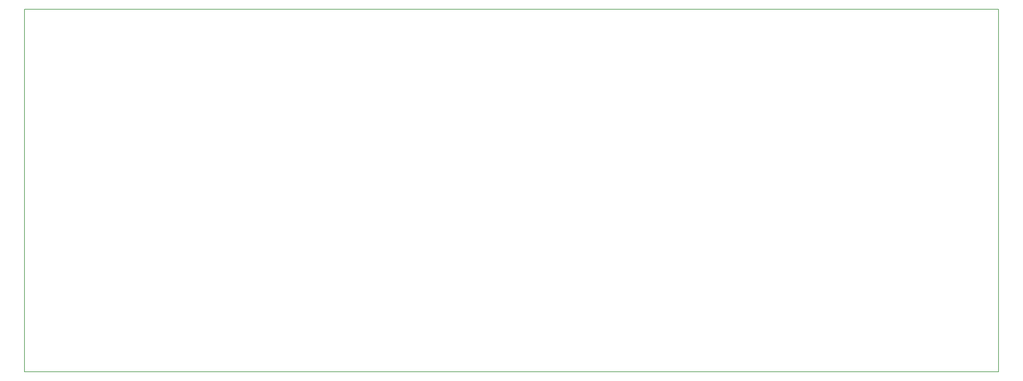
<source format=gbr>
G04 DipTrace 3.0.0.1*
G04 BoardOutline.gbr*
%MOMM*%
G04 #@! TF.FileFunction,Profile*
G04 #@! TF.Part,Single*
%ADD11C,0.14*%
%FSLAX35Y35*%
G04*
G71*
G90*
G75*
G01*
G04 BoardOutline*
%LPD*%
X63500Y9525000D2*
D11*
X27686000D1*
Y-762000D1*
X63500D1*
Y9525000D1*
M02*

</source>
